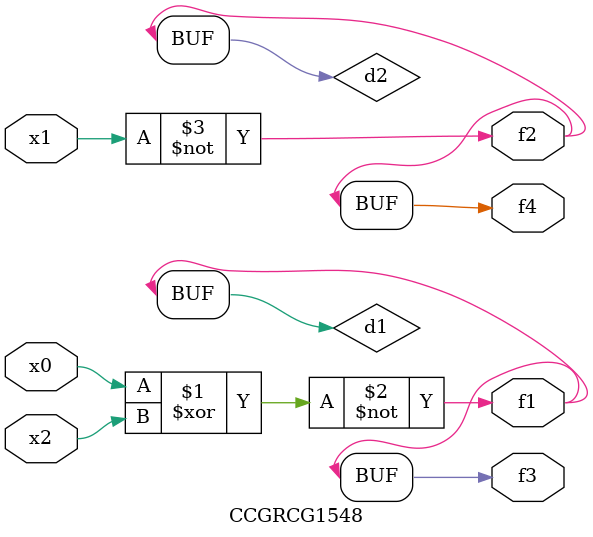
<source format=v>
module CCGRCG1548(
	input x0, x1, x2,
	output f1, f2, f3, f4
);

	wire d1, d2, d3;

	xnor (d1, x0, x2);
	nand (d2, x1);
	nor (d3, x1, x2);
	assign f1 = d1;
	assign f2 = d2;
	assign f3 = d1;
	assign f4 = d2;
endmodule

</source>
